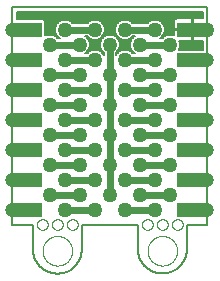
<source format=gbl>
G75*
%MOIN*%
%OFA0B0*%
%FSLAX25Y25*%
%IPPOS*%
%LPD*%
%AMOC8*
5,1,8,0,0,1.08239X$1,22.5*
%
%ADD10C,0.00500*%
%ADD11C,0.00000*%
%ADD12C,0.02400*%
%ADD13R,0.10000X0.05000*%
%ADD14C,0.05000*%
%ADD15C,0.04724*%
D10*
X0011925Y0010080D02*
X0011925Y0017580D01*
X0005050Y0017580D01*
X0005050Y0090041D01*
X0005050Y0090080D02*
X0070001Y0090080D01*
X0070050Y0090080D02*
X0070050Y0073830D01*
X0070001Y0017580D01*
X0063175Y0017580D01*
X0063175Y0008830D01*
X0063157Y0008632D01*
X0063135Y0008435D01*
X0063108Y0008239D01*
X0063076Y0008043D01*
X0063039Y0007848D01*
X0062997Y0007654D01*
X0062951Y0007461D01*
X0062900Y0007269D01*
X0062845Y0007078D01*
X0062785Y0006889D01*
X0062720Y0006702D01*
X0062650Y0006516D01*
X0062577Y0006331D01*
X0062498Y0006149D01*
X0062416Y0005969D01*
X0062329Y0005790D01*
X0062237Y0005614D01*
X0062141Y0005440D01*
X0062042Y0005269D01*
X0061938Y0005100D01*
X0061830Y0004933D01*
X0061717Y0004770D01*
X0061601Y0004609D01*
X0061481Y0004451D01*
X0061358Y0004296D01*
X0061230Y0004143D01*
X0061099Y0003995D01*
X0060964Y0003849D01*
X0060826Y0003706D01*
X0060684Y0003568D01*
X0060539Y0003432D01*
X0060391Y0003300D01*
X0060239Y0003172D01*
X0060085Y0003047D01*
X0059927Y0002927D01*
X0059767Y0002810D01*
X0059604Y0002697D01*
X0059438Y0002588D01*
X0059269Y0002483D01*
X0059098Y0002383D01*
X0058925Y0002286D01*
X0058749Y0002194D01*
X0058571Y0002106D01*
X0058391Y0002022D01*
X0058209Y0001943D01*
X0058025Y0001869D01*
X0057840Y0001798D01*
X0057653Y0001733D01*
X0057464Y0001672D01*
X0057273Y0001615D01*
X0057082Y0001563D01*
X0056889Y0001516D01*
X0056695Y0001474D01*
X0056500Y0001436D01*
X0056305Y0001403D01*
X0056108Y0001375D01*
X0055911Y0001352D01*
X0055714Y0001333D01*
X0055516Y0001319D01*
X0055317Y0001310D01*
X0055119Y0001306D01*
X0054921Y0001307D01*
X0054722Y0001313D01*
X0054524Y0001323D01*
X0054326Y0001338D01*
X0054129Y0001358D01*
X0053932Y0001383D01*
X0053736Y0001413D01*
X0053540Y0001447D01*
X0053346Y0001486D01*
X0053152Y0001530D01*
X0052960Y0001579D01*
X0052768Y0001632D01*
X0052579Y0001690D01*
X0052390Y0001752D01*
X0052203Y0001819D01*
X0052018Y0001891D01*
X0051835Y0001967D01*
X0051654Y0002047D01*
X0051474Y0002132D01*
X0051297Y0002222D01*
X0051122Y0002315D01*
X0050949Y0002413D01*
X0050779Y0002515D01*
X0050611Y0002621D01*
X0050446Y0002731D01*
X0050284Y0002845D01*
X0050124Y0002963D01*
X0049968Y0003085D01*
X0049814Y0003211D01*
X0049664Y0003340D01*
X0049516Y0003473D01*
X0049372Y0003610D01*
X0049232Y0003750D01*
X0049094Y0003893D01*
X0048961Y0004040D01*
X0048831Y0004189D01*
X0048704Y0004342D01*
X0048582Y0004499D01*
X0048463Y0004657D01*
X0048348Y0004819D01*
X0048237Y0004984D01*
X0048130Y0005151D01*
X0048028Y0005321D01*
X0047929Y0005493D01*
X0047835Y0005668D01*
X0047744Y0005845D01*
X0047659Y0006024D01*
X0047577Y0006205D01*
X0047500Y0006387D01*
X0047428Y0006572D01*
X0047360Y0006759D01*
X0047297Y0006947D01*
X0047238Y0007136D01*
X0047184Y0007327D01*
X0047134Y0007519D01*
X0047089Y0007713D01*
X0047049Y0007907D01*
X0047014Y0008102D01*
X0046983Y0008298D01*
X0046958Y0008495D01*
X0046937Y0008693D01*
X0046921Y0008890D01*
X0046909Y0009088D01*
X0046903Y0009287D01*
X0046901Y0009485D01*
X0046904Y0009684D01*
X0046912Y0009882D01*
X0046925Y0010080D01*
X0046925Y0017580D01*
X0028175Y0017580D01*
X0028175Y0010080D01*
X0028189Y0009881D01*
X0028198Y0009681D01*
X0028203Y0009482D01*
X0028202Y0009282D01*
X0028197Y0009082D01*
X0028186Y0008883D01*
X0028171Y0008683D01*
X0028151Y0008485D01*
X0028126Y0008286D01*
X0028096Y0008089D01*
X0028062Y0007892D01*
X0028022Y0007696D01*
X0027978Y0007502D01*
X0027929Y0007308D01*
X0027875Y0007115D01*
X0027817Y0006924D01*
X0027754Y0006735D01*
X0027686Y0006547D01*
X0027614Y0006361D01*
X0027537Y0006176D01*
X0027456Y0005994D01*
X0027370Y0005813D01*
X0027280Y0005635D01*
X0027186Y0005459D01*
X0027087Y0005285D01*
X0026984Y0005114D01*
X0026877Y0004946D01*
X0026765Y0004780D01*
X0026650Y0004617D01*
X0026531Y0004456D01*
X0026408Y0004299D01*
X0026281Y0004145D01*
X0026150Y0003994D01*
X0026016Y0003846D01*
X0025878Y0003701D01*
X0025736Y0003560D01*
X0025591Y0003423D01*
X0025443Y0003289D01*
X0025292Y0003158D01*
X0025137Y0003032D01*
X0024980Y0002909D01*
X0024819Y0002790D01*
X0024656Y0002676D01*
X0024489Y0002565D01*
X0024321Y0002458D01*
X0024149Y0002355D01*
X0023975Y0002257D01*
X0023799Y0002163D01*
X0023620Y0002073D01*
X0023440Y0001988D01*
X0023257Y0001907D01*
X0023073Y0001831D01*
X0022886Y0001759D01*
X0022698Y0001692D01*
X0022508Y0001629D01*
X0022317Y0001572D01*
X0022125Y0001518D01*
X0021931Y0001470D01*
X0021736Y0001426D01*
X0021540Y0001387D01*
X0021343Y0001353D01*
X0021145Y0001324D01*
X0020947Y0001300D01*
X0020748Y0001280D01*
X0020549Y0001265D01*
X0020350Y0001256D01*
X0020150Y0001251D01*
X0019950Y0001251D01*
X0019750Y0001256D01*
X0019551Y0001265D01*
X0019352Y0001280D01*
X0019153Y0001300D01*
X0018955Y0001324D01*
X0018757Y0001353D01*
X0018560Y0001387D01*
X0018364Y0001426D01*
X0018169Y0001470D01*
X0017975Y0001518D01*
X0017783Y0001572D01*
X0017592Y0001629D01*
X0017402Y0001692D01*
X0017214Y0001759D01*
X0017027Y0001831D01*
X0016843Y0001907D01*
X0016660Y0001988D01*
X0016480Y0002073D01*
X0016301Y0002163D01*
X0016125Y0002257D01*
X0015951Y0002355D01*
X0015779Y0002458D01*
X0015611Y0002565D01*
X0015444Y0002676D01*
X0015281Y0002790D01*
X0015120Y0002909D01*
X0014963Y0003032D01*
X0014808Y0003158D01*
X0014657Y0003289D01*
X0014509Y0003423D01*
X0014364Y0003560D01*
X0014222Y0003701D01*
X0014084Y0003846D01*
X0013950Y0003994D01*
X0013819Y0004145D01*
X0013692Y0004299D01*
X0013569Y0004456D01*
X0013450Y0004617D01*
X0013335Y0004780D01*
X0013223Y0004946D01*
X0013116Y0005114D01*
X0013013Y0005285D01*
X0012914Y0005459D01*
X0012820Y0005635D01*
X0012730Y0005813D01*
X0012644Y0005994D01*
X0012563Y0006176D01*
X0012486Y0006361D01*
X0012414Y0006547D01*
X0012346Y0006735D01*
X0012283Y0006924D01*
X0012225Y0007115D01*
X0012171Y0007308D01*
X0012122Y0007502D01*
X0012078Y0007696D01*
X0012038Y0007892D01*
X0012004Y0008089D01*
X0011974Y0008286D01*
X0011949Y0008485D01*
X0011929Y0008683D01*
X0011914Y0008883D01*
X0011903Y0009082D01*
X0011898Y0009282D01*
X0011897Y0009482D01*
X0011902Y0009681D01*
X0011911Y0009881D01*
X0011925Y0010080D01*
X0029182Y0074630D02*
X0029448Y0074740D01*
X0030390Y0075683D01*
X0030900Y0076914D01*
X0030900Y0078247D01*
X0030390Y0079478D01*
X0029448Y0080420D01*
X0029182Y0080530D01*
X0029862Y0080530D01*
X0030652Y0079740D01*
X0031884Y0079230D01*
X0033216Y0079230D01*
X0034448Y0079740D01*
X0035390Y0080683D01*
X0035900Y0081914D01*
X0035900Y0083247D01*
X0035390Y0084478D01*
X0034448Y0085420D01*
X0033216Y0085930D01*
X0031884Y0085930D01*
X0030652Y0085420D01*
X0029862Y0084630D01*
X0025238Y0084630D01*
X0024448Y0085420D01*
X0023216Y0085930D01*
X0021884Y0085930D01*
X0020652Y0085420D01*
X0019710Y0084478D01*
X0019200Y0083247D01*
X0019200Y0081914D01*
X0019710Y0080683D01*
X0020652Y0079740D01*
X0020918Y0079630D01*
X0020238Y0079630D01*
X0019448Y0080420D01*
X0018216Y0080930D01*
X0016884Y0080930D01*
X0016100Y0080606D01*
X0016100Y0085515D01*
X0015485Y0086130D01*
X0006550Y0086130D01*
X0006550Y0088580D01*
X0068550Y0088580D01*
X0068550Y0086330D01*
X0065300Y0086330D01*
X0065300Y0082830D01*
X0068550Y0082830D01*
X0068550Y0082330D01*
X0065300Y0082330D01*
X0065300Y0078830D01*
X0068550Y0078830D01*
X0068550Y0075930D01*
X0060493Y0075930D01*
X0060900Y0076914D01*
X0060900Y0078247D01*
X0060658Y0078830D01*
X0064800Y0078830D01*
X0064800Y0082330D01*
X0065300Y0082330D01*
X0065300Y0082830D01*
X0064800Y0082830D01*
X0064800Y0082330D01*
X0058800Y0082330D01*
X0058800Y0080688D01*
X0058216Y0080930D01*
X0056884Y0080930D01*
X0055652Y0080420D01*
X0054862Y0079630D01*
X0054182Y0079630D01*
X0054448Y0079740D01*
X0055390Y0080683D01*
X0055900Y0081914D01*
X0055900Y0083247D01*
X0055390Y0084478D01*
X0054448Y0085420D01*
X0053216Y0085930D01*
X0051884Y0085930D01*
X0050652Y0085420D01*
X0049862Y0084630D01*
X0045238Y0084630D01*
X0044448Y0085420D01*
X0043216Y0085930D01*
X0041884Y0085930D01*
X0040652Y0085420D01*
X0039710Y0084478D01*
X0039200Y0083247D01*
X0039200Y0081914D01*
X0039710Y0080683D01*
X0040652Y0079740D01*
X0041884Y0079230D01*
X0043216Y0079230D01*
X0044448Y0079740D01*
X0045238Y0080530D01*
X0045918Y0080530D01*
X0045652Y0080420D01*
X0044710Y0079478D01*
X0044200Y0078247D01*
X0044200Y0076914D01*
X0044710Y0075683D01*
X0045652Y0074740D01*
X0045918Y0074630D01*
X0045238Y0074630D01*
X0044448Y0075420D01*
X0043216Y0075930D01*
X0041884Y0075930D01*
X0040652Y0075420D01*
X0039710Y0074478D01*
X0039600Y0074212D01*
X0039600Y0074893D01*
X0040390Y0075683D01*
X0040900Y0076914D01*
X0040900Y0078247D01*
X0040390Y0079478D01*
X0039448Y0080420D01*
X0038216Y0080930D01*
X0036884Y0080930D01*
X0035652Y0080420D01*
X0034710Y0079478D01*
X0034200Y0078247D01*
X0034200Y0076914D01*
X0034710Y0075683D01*
X0035500Y0074893D01*
X0035500Y0074212D01*
X0035390Y0074478D01*
X0034448Y0075420D01*
X0033216Y0075930D01*
X0031884Y0075930D01*
X0030652Y0075420D01*
X0029862Y0074630D01*
X0029182Y0074630D01*
X0029616Y0074909D02*
X0030141Y0074909D01*
X0030115Y0075408D02*
X0030640Y0075408D01*
X0030483Y0075906D02*
X0031825Y0075906D01*
X0030896Y0076903D02*
X0034204Y0076903D01*
X0034200Y0077402D02*
X0030900Y0077402D01*
X0030900Y0077900D02*
X0034200Y0077900D01*
X0034263Y0078399D02*
X0030837Y0078399D01*
X0030631Y0078897D02*
X0034469Y0078897D01*
X0034676Y0079396D02*
X0033616Y0079396D01*
X0034602Y0079894D02*
X0035126Y0079894D01*
X0035100Y0080393D02*
X0035625Y0080393D01*
X0035476Y0080891D02*
X0036789Y0080891D01*
X0035683Y0081390D02*
X0039417Y0081390D01*
X0039211Y0081888D02*
X0035889Y0081888D01*
X0035900Y0082387D02*
X0039200Y0082387D01*
X0039200Y0082885D02*
X0035900Y0082885D01*
X0035843Y0083384D02*
X0039257Y0083384D01*
X0039463Y0083882D02*
X0035637Y0083882D01*
X0035430Y0084381D02*
X0039670Y0084381D01*
X0040111Y0084879D02*
X0034989Y0084879D01*
X0034490Y0085378D02*
X0040610Y0085378D01*
X0041753Y0085876D02*
X0033347Y0085876D01*
X0031753Y0085876D02*
X0023347Y0085876D01*
X0024490Y0085378D02*
X0030610Y0085378D01*
X0030111Y0084879D02*
X0024989Y0084879D01*
X0021753Y0085876D02*
X0015739Y0085876D01*
X0016100Y0085378D02*
X0020610Y0085378D01*
X0020111Y0084879D02*
X0016100Y0084879D01*
X0016100Y0084381D02*
X0019670Y0084381D01*
X0019463Y0083882D02*
X0016100Y0083882D01*
X0016100Y0083384D02*
X0019257Y0083384D01*
X0019200Y0082885D02*
X0016100Y0082885D01*
X0016100Y0082387D02*
X0019200Y0082387D01*
X0019211Y0081888D02*
X0016100Y0081888D01*
X0016100Y0081390D02*
X0019417Y0081390D01*
X0019624Y0080891D02*
X0018311Y0080891D01*
X0019475Y0080393D02*
X0020000Y0080393D01*
X0019974Y0079894D02*
X0020498Y0079894D01*
X0016789Y0080891D02*
X0016100Y0080891D01*
X0006550Y0086375D02*
X0068550Y0086375D01*
X0068550Y0086873D02*
X0006550Y0086873D01*
X0006550Y0087372D02*
X0068550Y0087372D01*
X0068550Y0087870D02*
X0006550Y0087870D01*
X0006550Y0088369D02*
X0068550Y0088369D01*
X0065300Y0085876D02*
X0064800Y0085876D01*
X0064800Y0086330D02*
X0059885Y0086330D01*
X0059568Y0086245D01*
X0059282Y0086080D01*
X0059050Y0085848D01*
X0058885Y0085563D01*
X0058800Y0085245D01*
X0058800Y0082830D01*
X0064800Y0082830D01*
X0064800Y0086330D01*
X0064800Y0085378D02*
X0065300Y0085378D01*
X0065300Y0084879D02*
X0064800Y0084879D01*
X0064800Y0084381D02*
X0065300Y0084381D01*
X0065300Y0083882D02*
X0064800Y0083882D01*
X0064800Y0083384D02*
X0065300Y0083384D01*
X0065300Y0082885D02*
X0064800Y0082885D01*
X0064800Y0082387D02*
X0055900Y0082387D01*
X0055900Y0082885D02*
X0058800Y0082885D01*
X0058800Y0083384D02*
X0055843Y0083384D01*
X0055637Y0083882D02*
X0058800Y0083882D01*
X0058800Y0084381D02*
X0055430Y0084381D01*
X0054989Y0084879D02*
X0058800Y0084879D01*
X0058836Y0085378D02*
X0054490Y0085378D01*
X0053347Y0085876D02*
X0059078Y0085876D01*
X0058800Y0081888D02*
X0055889Y0081888D01*
X0055683Y0081390D02*
X0058800Y0081390D01*
X0058800Y0080891D02*
X0058311Y0080891D01*
X0056789Y0080891D02*
X0055476Y0080891D01*
X0055625Y0080393D02*
X0055100Y0080393D01*
X0055126Y0079894D02*
X0054602Y0079894D01*
X0051753Y0085876D02*
X0043347Y0085876D01*
X0044490Y0085378D02*
X0050610Y0085378D01*
X0050111Y0084879D02*
X0044989Y0084879D01*
X0045100Y0080393D02*
X0045625Y0080393D01*
X0045126Y0079894D02*
X0044602Y0079894D01*
X0044676Y0079396D02*
X0043616Y0079396D01*
X0044469Y0078897D02*
X0040631Y0078897D01*
X0040837Y0078399D02*
X0044263Y0078399D01*
X0044200Y0077900D02*
X0040900Y0077900D01*
X0040900Y0077402D02*
X0044200Y0077402D01*
X0044204Y0076903D02*
X0040896Y0076903D01*
X0040689Y0076405D02*
X0044411Y0076405D01*
X0044617Y0075906D02*
X0043275Y0075906D01*
X0044460Y0075408D02*
X0044985Y0075408D01*
X0044959Y0074909D02*
X0045484Y0074909D01*
X0041825Y0075906D02*
X0040483Y0075906D01*
X0040640Y0075408D02*
X0040115Y0075408D01*
X0040141Y0074909D02*
X0039616Y0074909D01*
X0039600Y0074411D02*
X0039682Y0074411D01*
X0035500Y0074411D02*
X0035418Y0074411D01*
X0035484Y0074909D02*
X0034959Y0074909D01*
X0034985Y0075408D02*
X0034460Y0075408D01*
X0034617Y0075906D02*
X0033275Y0075906D01*
X0034411Y0076405D02*
X0030689Y0076405D01*
X0030424Y0079396D02*
X0031484Y0079396D01*
X0030498Y0079894D02*
X0029974Y0079894D01*
X0030000Y0080393D02*
X0029475Y0080393D01*
X0038311Y0080891D02*
X0039624Y0080891D01*
X0039475Y0080393D02*
X0040000Y0080393D01*
X0039974Y0079894D02*
X0040498Y0079894D01*
X0040424Y0079396D02*
X0041484Y0079396D01*
X0060689Y0076405D02*
X0068550Y0076405D01*
X0068550Y0076903D02*
X0060896Y0076903D01*
X0060900Y0077402D02*
X0068550Y0077402D01*
X0068550Y0077900D02*
X0060900Y0077900D01*
X0060837Y0078399D02*
X0068550Y0078399D01*
X0065300Y0078897D02*
X0064800Y0078897D01*
X0064800Y0079396D02*
X0065300Y0079396D01*
X0065300Y0079894D02*
X0064800Y0079894D01*
X0064800Y0080393D02*
X0065300Y0080393D01*
X0065300Y0080891D02*
X0064800Y0080891D01*
X0064800Y0081390D02*
X0065300Y0081390D01*
X0065300Y0081888D02*
X0064800Y0081888D01*
X0065300Y0082387D02*
X0068550Y0082387D01*
D11*
X0058278Y0017580D02*
X0058280Y0017664D01*
X0058286Y0017747D01*
X0058296Y0017830D01*
X0058310Y0017913D01*
X0058327Y0017995D01*
X0058349Y0018076D01*
X0058374Y0018155D01*
X0058403Y0018234D01*
X0058436Y0018311D01*
X0058472Y0018386D01*
X0058512Y0018460D01*
X0058555Y0018532D01*
X0058602Y0018601D01*
X0058652Y0018668D01*
X0058705Y0018733D01*
X0058761Y0018795D01*
X0058819Y0018855D01*
X0058881Y0018912D01*
X0058945Y0018965D01*
X0059012Y0019016D01*
X0059081Y0019063D01*
X0059152Y0019108D01*
X0059225Y0019148D01*
X0059300Y0019185D01*
X0059377Y0019219D01*
X0059455Y0019249D01*
X0059534Y0019275D01*
X0059615Y0019298D01*
X0059697Y0019316D01*
X0059779Y0019331D01*
X0059862Y0019342D01*
X0059945Y0019349D01*
X0060029Y0019352D01*
X0060113Y0019351D01*
X0060196Y0019346D01*
X0060280Y0019337D01*
X0060362Y0019324D01*
X0060444Y0019308D01*
X0060525Y0019287D01*
X0060606Y0019263D01*
X0060684Y0019235D01*
X0060762Y0019203D01*
X0060838Y0019167D01*
X0060912Y0019128D01*
X0060984Y0019086D01*
X0061054Y0019040D01*
X0061122Y0018991D01*
X0061187Y0018939D01*
X0061250Y0018884D01*
X0061310Y0018826D01*
X0061368Y0018765D01*
X0061422Y0018701D01*
X0061474Y0018635D01*
X0061522Y0018567D01*
X0061567Y0018496D01*
X0061608Y0018423D01*
X0061647Y0018349D01*
X0061681Y0018273D01*
X0061712Y0018195D01*
X0061739Y0018116D01*
X0061763Y0018035D01*
X0061782Y0017954D01*
X0061798Y0017872D01*
X0061810Y0017789D01*
X0061818Y0017705D01*
X0061822Y0017622D01*
X0061822Y0017538D01*
X0061818Y0017455D01*
X0061810Y0017371D01*
X0061798Y0017288D01*
X0061782Y0017206D01*
X0061763Y0017125D01*
X0061739Y0017044D01*
X0061712Y0016965D01*
X0061681Y0016887D01*
X0061647Y0016811D01*
X0061608Y0016737D01*
X0061567Y0016664D01*
X0061522Y0016593D01*
X0061474Y0016525D01*
X0061422Y0016459D01*
X0061368Y0016395D01*
X0061310Y0016334D01*
X0061250Y0016276D01*
X0061187Y0016221D01*
X0061122Y0016169D01*
X0061054Y0016120D01*
X0060984Y0016074D01*
X0060912Y0016032D01*
X0060838Y0015993D01*
X0060762Y0015957D01*
X0060684Y0015925D01*
X0060606Y0015897D01*
X0060525Y0015873D01*
X0060444Y0015852D01*
X0060362Y0015836D01*
X0060280Y0015823D01*
X0060196Y0015814D01*
X0060113Y0015809D01*
X0060029Y0015808D01*
X0059945Y0015811D01*
X0059862Y0015818D01*
X0059779Y0015829D01*
X0059697Y0015844D01*
X0059615Y0015862D01*
X0059534Y0015885D01*
X0059455Y0015911D01*
X0059377Y0015941D01*
X0059300Y0015975D01*
X0059225Y0016012D01*
X0059152Y0016052D01*
X0059081Y0016097D01*
X0059012Y0016144D01*
X0058945Y0016195D01*
X0058881Y0016248D01*
X0058819Y0016305D01*
X0058761Y0016365D01*
X0058705Y0016427D01*
X0058652Y0016492D01*
X0058602Y0016559D01*
X0058555Y0016628D01*
X0058512Y0016700D01*
X0058472Y0016774D01*
X0058436Y0016849D01*
X0058403Y0016926D01*
X0058374Y0017005D01*
X0058349Y0017084D01*
X0058327Y0017165D01*
X0058310Y0017247D01*
X0058296Y0017330D01*
X0058286Y0017413D01*
X0058280Y0017496D01*
X0058278Y0017580D01*
X0053278Y0017580D02*
X0053280Y0017664D01*
X0053286Y0017747D01*
X0053296Y0017830D01*
X0053310Y0017913D01*
X0053327Y0017995D01*
X0053349Y0018076D01*
X0053374Y0018155D01*
X0053403Y0018234D01*
X0053436Y0018311D01*
X0053472Y0018386D01*
X0053512Y0018460D01*
X0053555Y0018532D01*
X0053602Y0018601D01*
X0053652Y0018668D01*
X0053705Y0018733D01*
X0053761Y0018795D01*
X0053819Y0018855D01*
X0053881Y0018912D01*
X0053945Y0018965D01*
X0054012Y0019016D01*
X0054081Y0019063D01*
X0054152Y0019108D01*
X0054225Y0019148D01*
X0054300Y0019185D01*
X0054377Y0019219D01*
X0054455Y0019249D01*
X0054534Y0019275D01*
X0054615Y0019298D01*
X0054697Y0019316D01*
X0054779Y0019331D01*
X0054862Y0019342D01*
X0054945Y0019349D01*
X0055029Y0019352D01*
X0055113Y0019351D01*
X0055196Y0019346D01*
X0055280Y0019337D01*
X0055362Y0019324D01*
X0055444Y0019308D01*
X0055525Y0019287D01*
X0055606Y0019263D01*
X0055684Y0019235D01*
X0055762Y0019203D01*
X0055838Y0019167D01*
X0055912Y0019128D01*
X0055984Y0019086D01*
X0056054Y0019040D01*
X0056122Y0018991D01*
X0056187Y0018939D01*
X0056250Y0018884D01*
X0056310Y0018826D01*
X0056368Y0018765D01*
X0056422Y0018701D01*
X0056474Y0018635D01*
X0056522Y0018567D01*
X0056567Y0018496D01*
X0056608Y0018423D01*
X0056647Y0018349D01*
X0056681Y0018273D01*
X0056712Y0018195D01*
X0056739Y0018116D01*
X0056763Y0018035D01*
X0056782Y0017954D01*
X0056798Y0017872D01*
X0056810Y0017789D01*
X0056818Y0017705D01*
X0056822Y0017622D01*
X0056822Y0017538D01*
X0056818Y0017455D01*
X0056810Y0017371D01*
X0056798Y0017288D01*
X0056782Y0017206D01*
X0056763Y0017125D01*
X0056739Y0017044D01*
X0056712Y0016965D01*
X0056681Y0016887D01*
X0056647Y0016811D01*
X0056608Y0016737D01*
X0056567Y0016664D01*
X0056522Y0016593D01*
X0056474Y0016525D01*
X0056422Y0016459D01*
X0056368Y0016395D01*
X0056310Y0016334D01*
X0056250Y0016276D01*
X0056187Y0016221D01*
X0056122Y0016169D01*
X0056054Y0016120D01*
X0055984Y0016074D01*
X0055912Y0016032D01*
X0055838Y0015993D01*
X0055762Y0015957D01*
X0055684Y0015925D01*
X0055606Y0015897D01*
X0055525Y0015873D01*
X0055444Y0015852D01*
X0055362Y0015836D01*
X0055280Y0015823D01*
X0055196Y0015814D01*
X0055113Y0015809D01*
X0055029Y0015808D01*
X0054945Y0015811D01*
X0054862Y0015818D01*
X0054779Y0015829D01*
X0054697Y0015844D01*
X0054615Y0015862D01*
X0054534Y0015885D01*
X0054455Y0015911D01*
X0054377Y0015941D01*
X0054300Y0015975D01*
X0054225Y0016012D01*
X0054152Y0016052D01*
X0054081Y0016097D01*
X0054012Y0016144D01*
X0053945Y0016195D01*
X0053881Y0016248D01*
X0053819Y0016305D01*
X0053761Y0016365D01*
X0053705Y0016427D01*
X0053652Y0016492D01*
X0053602Y0016559D01*
X0053555Y0016628D01*
X0053512Y0016700D01*
X0053472Y0016774D01*
X0053436Y0016849D01*
X0053403Y0016926D01*
X0053374Y0017005D01*
X0053349Y0017084D01*
X0053327Y0017165D01*
X0053310Y0017247D01*
X0053296Y0017330D01*
X0053286Y0017413D01*
X0053280Y0017496D01*
X0053278Y0017580D01*
X0048278Y0017580D02*
X0048280Y0017664D01*
X0048286Y0017747D01*
X0048296Y0017830D01*
X0048310Y0017913D01*
X0048327Y0017995D01*
X0048349Y0018076D01*
X0048374Y0018155D01*
X0048403Y0018234D01*
X0048436Y0018311D01*
X0048472Y0018386D01*
X0048512Y0018460D01*
X0048555Y0018532D01*
X0048602Y0018601D01*
X0048652Y0018668D01*
X0048705Y0018733D01*
X0048761Y0018795D01*
X0048819Y0018855D01*
X0048881Y0018912D01*
X0048945Y0018965D01*
X0049012Y0019016D01*
X0049081Y0019063D01*
X0049152Y0019108D01*
X0049225Y0019148D01*
X0049300Y0019185D01*
X0049377Y0019219D01*
X0049455Y0019249D01*
X0049534Y0019275D01*
X0049615Y0019298D01*
X0049697Y0019316D01*
X0049779Y0019331D01*
X0049862Y0019342D01*
X0049945Y0019349D01*
X0050029Y0019352D01*
X0050113Y0019351D01*
X0050196Y0019346D01*
X0050280Y0019337D01*
X0050362Y0019324D01*
X0050444Y0019308D01*
X0050525Y0019287D01*
X0050606Y0019263D01*
X0050684Y0019235D01*
X0050762Y0019203D01*
X0050838Y0019167D01*
X0050912Y0019128D01*
X0050984Y0019086D01*
X0051054Y0019040D01*
X0051122Y0018991D01*
X0051187Y0018939D01*
X0051250Y0018884D01*
X0051310Y0018826D01*
X0051368Y0018765D01*
X0051422Y0018701D01*
X0051474Y0018635D01*
X0051522Y0018567D01*
X0051567Y0018496D01*
X0051608Y0018423D01*
X0051647Y0018349D01*
X0051681Y0018273D01*
X0051712Y0018195D01*
X0051739Y0018116D01*
X0051763Y0018035D01*
X0051782Y0017954D01*
X0051798Y0017872D01*
X0051810Y0017789D01*
X0051818Y0017705D01*
X0051822Y0017622D01*
X0051822Y0017538D01*
X0051818Y0017455D01*
X0051810Y0017371D01*
X0051798Y0017288D01*
X0051782Y0017206D01*
X0051763Y0017125D01*
X0051739Y0017044D01*
X0051712Y0016965D01*
X0051681Y0016887D01*
X0051647Y0016811D01*
X0051608Y0016737D01*
X0051567Y0016664D01*
X0051522Y0016593D01*
X0051474Y0016525D01*
X0051422Y0016459D01*
X0051368Y0016395D01*
X0051310Y0016334D01*
X0051250Y0016276D01*
X0051187Y0016221D01*
X0051122Y0016169D01*
X0051054Y0016120D01*
X0050984Y0016074D01*
X0050912Y0016032D01*
X0050838Y0015993D01*
X0050762Y0015957D01*
X0050684Y0015925D01*
X0050606Y0015897D01*
X0050525Y0015873D01*
X0050444Y0015852D01*
X0050362Y0015836D01*
X0050280Y0015823D01*
X0050196Y0015814D01*
X0050113Y0015809D01*
X0050029Y0015808D01*
X0049945Y0015811D01*
X0049862Y0015818D01*
X0049779Y0015829D01*
X0049697Y0015844D01*
X0049615Y0015862D01*
X0049534Y0015885D01*
X0049455Y0015911D01*
X0049377Y0015941D01*
X0049300Y0015975D01*
X0049225Y0016012D01*
X0049152Y0016052D01*
X0049081Y0016097D01*
X0049012Y0016144D01*
X0048945Y0016195D01*
X0048881Y0016248D01*
X0048819Y0016305D01*
X0048761Y0016365D01*
X0048705Y0016427D01*
X0048652Y0016492D01*
X0048602Y0016559D01*
X0048555Y0016628D01*
X0048512Y0016700D01*
X0048472Y0016774D01*
X0048436Y0016849D01*
X0048403Y0016926D01*
X0048374Y0017005D01*
X0048349Y0017084D01*
X0048327Y0017165D01*
X0048310Y0017247D01*
X0048296Y0017330D01*
X0048286Y0017413D01*
X0048280Y0017496D01*
X0048278Y0017580D01*
X0050129Y0008830D02*
X0050131Y0008970D01*
X0050137Y0009110D01*
X0050147Y0009249D01*
X0050161Y0009388D01*
X0050179Y0009527D01*
X0050200Y0009665D01*
X0050226Y0009803D01*
X0050256Y0009940D01*
X0050289Y0010075D01*
X0050327Y0010210D01*
X0050368Y0010344D01*
X0050413Y0010477D01*
X0050461Y0010608D01*
X0050514Y0010737D01*
X0050570Y0010866D01*
X0050629Y0010992D01*
X0050693Y0011117D01*
X0050759Y0011240D01*
X0050830Y0011361D01*
X0050903Y0011480D01*
X0050980Y0011597D01*
X0051061Y0011711D01*
X0051144Y0011823D01*
X0051231Y0011933D01*
X0051321Y0012041D01*
X0051413Y0012145D01*
X0051509Y0012247D01*
X0051608Y0012347D01*
X0051709Y0012443D01*
X0051813Y0012537D01*
X0051920Y0012627D01*
X0052029Y0012714D01*
X0052141Y0012799D01*
X0052255Y0012880D01*
X0052371Y0012958D01*
X0052489Y0013032D01*
X0052610Y0013103D01*
X0052732Y0013171D01*
X0052857Y0013235D01*
X0052983Y0013296D01*
X0053110Y0013353D01*
X0053240Y0013406D01*
X0053371Y0013456D01*
X0053503Y0013501D01*
X0053636Y0013544D01*
X0053771Y0013582D01*
X0053906Y0013616D01*
X0054043Y0013647D01*
X0054180Y0013674D01*
X0054318Y0013696D01*
X0054457Y0013715D01*
X0054596Y0013730D01*
X0054735Y0013741D01*
X0054875Y0013748D01*
X0055015Y0013751D01*
X0055155Y0013750D01*
X0055295Y0013745D01*
X0055434Y0013736D01*
X0055574Y0013723D01*
X0055713Y0013706D01*
X0055851Y0013685D01*
X0055989Y0013661D01*
X0056126Y0013632D01*
X0056262Y0013600D01*
X0056397Y0013563D01*
X0056531Y0013523D01*
X0056664Y0013479D01*
X0056795Y0013431D01*
X0056925Y0013380D01*
X0057054Y0013325D01*
X0057181Y0013266D01*
X0057306Y0013203D01*
X0057429Y0013138D01*
X0057551Y0013068D01*
X0057670Y0012995D01*
X0057788Y0012919D01*
X0057903Y0012840D01*
X0058016Y0012757D01*
X0058126Y0012671D01*
X0058234Y0012582D01*
X0058339Y0012490D01*
X0058442Y0012395D01*
X0058542Y0012297D01*
X0058639Y0012197D01*
X0058733Y0012093D01*
X0058825Y0011987D01*
X0058913Y0011879D01*
X0058998Y0011768D01*
X0059080Y0011654D01*
X0059159Y0011538D01*
X0059234Y0011421D01*
X0059306Y0011301D01*
X0059374Y0011179D01*
X0059439Y0011055D01*
X0059501Y0010929D01*
X0059559Y0010802D01*
X0059613Y0010673D01*
X0059664Y0010542D01*
X0059710Y0010410D01*
X0059753Y0010277D01*
X0059793Y0010143D01*
X0059828Y0010008D01*
X0059860Y0009871D01*
X0059887Y0009734D01*
X0059911Y0009596D01*
X0059931Y0009458D01*
X0059947Y0009319D01*
X0059959Y0009179D01*
X0059967Y0009040D01*
X0059971Y0008900D01*
X0059971Y0008760D01*
X0059967Y0008620D01*
X0059959Y0008481D01*
X0059947Y0008341D01*
X0059931Y0008202D01*
X0059911Y0008064D01*
X0059887Y0007926D01*
X0059860Y0007789D01*
X0059828Y0007652D01*
X0059793Y0007517D01*
X0059753Y0007383D01*
X0059710Y0007250D01*
X0059664Y0007118D01*
X0059613Y0006987D01*
X0059559Y0006858D01*
X0059501Y0006731D01*
X0059439Y0006605D01*
X0059374Y0006481D01*
X0059306Y0006359D01*
X0059234Y0006239D01*
X0059159Y0006122D01*
X0059080Y0006006D01*
X0058998Y0005892D01*
X0058913Y0005781D01*
X0058825Y0005673D01*
X0058733Y0005567D01*
X0058639Y0005463D01*
X0058542Y0005363D01*
X0058442Y0005265D01*
X0058339Y0005170D01*
X0058234Y0005078D01*
X0058126Y0004989D01*
X0058016Y0004903D01*
X0057903Y0004820D01*
X0057788Y0004741D01*
X0057670Y0004665D01*
X0057551Y0004592D01*
X0057429Y0004522D01*
X0057306Y0004457D01*
X0057181Y0004394D01*
X0057054Y0004335D01*
X0056925Y0004280D01*
X0056795Y0004229D01*
X0056664Y0004181D01*
X0056531Y0004137D01*
X0056397Y0004097D01*
X0056262Y0004060D01*
X0056126Y0004028D01*
X0055989Y0003999D01*
X0055851Y0003975D01*
X0055713Y0003954D01*
X0055574Y0003937D01*
X0055434Y0003924D01*
X0055295Y0003915D01*
X0055155Y0003910D01*
X0055015Y0003909D01*
X0054875Y0003912D01*
X0054735Y0003919D01*
X0054596Y0003930D01*
X0054457Y0003945D01*
X0054318Y0003964D01*
X0054180Y0003986D01*
X0054043Y0004013D01*
X0053906Y0004044D01*
X0053771Y0004078D01*
X0053636Y0004116D01*
X0053503Y0004159D01*
X0053371Y0004204D01*
X0053240Y0004254D01*
X0053110Y0004307D01*
X0052983Y0004364D01*
X0052857Y0004425D01*
X0052732Y0004489D01*
X0052610Y0004557D01*
X0052489Y0004628D01*
X0052371Y0004702D01*
X0052255Y0004780D01*
X0052141Y0004861D01*
X0052029Y0004946D01*
X0051920Y0005033D01*
X0051813Y0005123D01*
X0051709Y0005217D01*
X0051608Y0005313D01*
X0051509Y0005413D01*
X0051413Y0005515D01*
X0051321Y0005619D01*
X0051231Y0005727D01*
X0051144Y0005837D01*
X0051061Y0005949D01*
X0050980Y0006063D01*
X0050903Y0006180D01*
X0050830Y0006299D01*
X0050759Y0006420D01*
X0050693Y0006543D01*
X0050629Y0006668D01*
X0050570Y0006794D01*
X0050514Y0006923D01*
X0050461Y0007052D01*
X0050413Y0007183D01*
X0050368Y0007316D01*
X0050327Y0007450D01*
X0050289Y0007585D01*
X0050256Y0007720D01*
X0050226Y0007857D01*
X0050200Y0007995D01*
X0050179Y0008133D01*
X0050161Y0008272D01*
X0050147Y0008411D01*
X0050137Y0008550D01*
X0050131Y0008690D01*
X0050129Y0008830D01*
X0023278Y0017580D02*
X0023280Y0017664D01*
X0023286Y0017747D01*
X0023296Y0017830D01*
X0023310Y0017913D01*
X0023327Y0017995D01*
X0023349Y0018076D01*
X0023374Y0018155D01*
X0023403Y0018234D01*
X0023436Y0018311D01*
X0023472Y0018386D01*
X0023512Y0018460D01*
X0023555Y0018532D01*
X0023602Y0018601D01*
X0023652Y0018668D01*
X0023705Y0018733D01*
X0023761Y0018795D01*
X0023819Y0018855D01*
X0023881Y0018912D01*
X0023945Y0018965D01*
X0024012Y0019016D01*
X0024081Y0019063D01*
X0024152Y0019108D01*
X0024225Y0019148D01*
X0024300Y0019185D01*
X0024377Y0019219D01*
X0024455Y0019249D01*
X0024534Y0019275D01*
X0024615Y0019298D01*
X0024697Y0019316D01*
X0024779Y0019331D01*
X0024862Y0019342D01*
X0024945Y0019349D01*
X0025029Y0019352D01*
X0025113Y0019351D01*
X0025196Y0019346D01*
X0025280Y0019337D01*
X0025362Y0019324D01*
X0025444Y0019308D01*
X0025525Y0019287D01*
X0025606Y0019263D01*
X0025684Y0019235D01*
X0025762Y0019203D01*
X0025838Y0019167D01*
X0025912Y0019128D01*
X0025984Y0019086D01*
X0026054Y0019040D01*
X0026122Y0018991D01*
X0026187Y0018939D01*
X0026250Y0018884D01*
X0026310Y0018826D01*
X0026368Y0018765D01*
X0026422Y0018701D01*
X0026474Y0018635D01*
X0026522Y0018567D01*
X0026567Y0018496D01*
X0026608Y0018423D01*
X0026647Y0018349D01*
X0026681Y0018273D01*
X0026712Y0018195D01*
X0026739Y0018116D01*
X0026763Y0018035D01*
X0026782Y0017954D01*
X0026798Y0017872D01*
X0026810Y0017789D01*
X0026818Y0017705D01*
X0026822Y0017622D01*
X0026822Y0017538D01*
X0026818Y0017455D01*
X0026810Y0017371D01*
X0026798Y0017288D01*
X0026782Y0017206D01*
X0026763Y0017125D01*
X0026739Y0017044D01*
X0026712Y0016965D01*
X0026681Y0016887D01*
X0026647Y0016811D01*
X0026608Y0016737D01*
X0026567Y0016664D01*
X0026522Y0016593D01*
X0026474Y0016525D01*
X0026422Y0016459D01*
X0026368Y0016395D01*
X0026310Y0016334D01*
X0026250Y0016276D01*
X0026187Y0016221D01*
X0026122Y0016169D01*
X0026054Y0016120D01*
X0025984Y0016074D01*
X0025912Y0016032D01*
X0025838Y0015993D01*
X0025762Y0015957D01*
X0025684Y0015925D01*
X0025606Y0015897D01*
X0025525Y0015873D01*
X0025444Y0015852D01*
X0025362Y0015836D01*
X0025280Y0015823D01*
X0025196Y0015814D01*
X0025113Y0015809D01*
X0025029Y0015808D01*
X0024945Y0015811D01*
X0024862Y0015818D01*
X0024779Y0015829D01*
X0024697Y0015844D01*
X0024615Y0015862D01*
X0024534Y0015885D01*
X0024455Y0015911D01*
X0024377Y0015941D01*
X0024300Y0015975D01*
X0024225Y0016012D01*
X0024152Y0016052D01*
X0024081Y0016097D01*
X0024012Y0016144D01*
X0023945Y0016195D01*
X0023881Y0016248D01*
X0023819Y0016305D01*
X0023761Y0016365D01*
X0023705Y0016427D01*
X0023652Y0016492D01*
X0023602Y0016559D01*
X0023555Y0016628D01*
X0023512Y0016700D01*
X0023472Y0016774D01*
X0023436Y0016849D01*
X0023403Y0016926D01*
X0023374Y0017005D01*
X0023349Y0017084D01*
X0023327Y0017165D01*
X0023310Y0017247D01*
X0023296Y0017330D01*
X0023286Y0017413D01*
X0023280Y0017496D01*
X0023278Y0017580D01*
X0018278Y0017580D02*
X0018280Y0017664D01*
X0018286Y0017747D01*
X0018296Y0017830D01*
X0018310Y0017913D01*
X0018327Y0017995D01*
X0018349Y0018076D01*
X0018374Y0018155D01*
X0018403Y0018234D01*
X0018436Y0018311D01*
X0018472Y0018386D01*
X0018512Y0018460D01*
X0018555Y0018532D01*
X0018602Y0018601D01*
X0018652Y0018668D01*
X0018705Y0018733D01*
X0018761Y0018795D01*
X0018819Y0018855D01*
X0018881Y0018912D01*
X0018945Y0018965D01*
X0019012Y0019016D01*
X0019081Y0019063D01*
X0019152Y0019108D01*
X0019225Y0019148D01*
X0019300Y0019185D01*
X0019377Y0019219D01*
X0019455Y0019249D01*
X0019534Y0019275D01*
X0019615Y0019298D01*
X0019697Y0019316D01*
X0019779Y0019331D01*
X0019862Y0019342D01*
X0019945Y0019349D01*
X0020029Y0019352D01*
X0020113Y0019351D01*
X0020196Y0019346D01*
X0020280Y0019337D01*
X0020362Y0019324D01*
X0020444Y0019308D01*
X0020525Y0019287D01*
X0020606Y0019263D01*
X0020684Y0019235D01*
X0020762Y0019203D01*
X0020838Y0019167D01*
X0020912Y0019128D01*
X0020984Y0019086D01*
X0021054Y0019040D01*
X0021122Y0018991D01*
X0021187Y0018939D01*
X0021250Y0018884D01*
X0021310Y0018826D01*
X0021368Y0018765D01*
X0021422Y0018701D01*
X0021474Y0018635D01*
X0021522Y0018567D01*
X0021567Y0018496D01*
X0021608Y0018423D01*
X0021647Y0018349D01*
X0021681Y0018273D01*
X0021712Y0018195D01*
X0021739Y0018116D01*
X0021763Y0018035D01*
X0021782Y0017954D01*
X0021798Y0017872D01*
X0021810Y0017789D01*
X0021818Y0017705D01*
X0021822Y0017622D01*
X0021822Y0017538D01*
X0021818Y0017455D01*
X0021810Y0017371D01*
X0021798Y0017288D01*
X0021782Y0017206D01*
X0021763Y0017125D01*
X0021739Y0017044D01*
X0021712Y0016965D01*
X0021681Y0016887D01*
X0021647Y0016811D01*
X0021608Y0016737D01*
X0021567Y0016664D01*
X0021522Y0016593D01*
X0021474Y0016525D01*
X0021422Y0016459D01*
X0021368Y0016395D01*
X0021310Y0016334D01*
X0021250Y0016276D01*
X0021187Y0016221D01*
X0021122Y0016169D01*
X0021054Y0016120D01*
X0020984Y0016074D01*
X0020912Y0016032D01*
X0020838Y0015993D01*
X0020762Y0015957D01*
X0020684Y0015925D01*
X0020606Y0015897D01*
X0020525Y0015873D01*
X0020444Y0015852D01*
X0020362Y0015836D01*
X0020280Y0015823D01*
X0020196Y0015814D01*
X0020113Y0015809D01*
X0020029Y0015808D01*
X0019945Y0015811D01*
X0019862Y0015818D01*
X0019779Y0015829D01*
X0019697Y0015844D01*
X0019615Y0015862D01*
X0019534Y0015885D01*
X0019455Y0015911D01*
X0019377Y0015941D01*
X0019300Y0015975D01*
X0019225Y0016012D01*
X0019152Y0016052D01*
X0019081Y0016097D01*
X0019012Y0016144D01*
X0018945Y0016195D01*
X0018881Y0016248D01*
X0018819Y0016305D01*
X0018761Y0016365D01*
X0018705Y0016427D01*
X0018652Y0016492D01*
X0018602Y0016559D01*
X0018555Y0016628D01*
X0018512Y0016700D01*
X0018472Y0016774D01*
X0018436Y0016849D01*
X0018403Y0016926D01*
X0018374Y0017005D01*
X0018349Y0017084D01*
X0018327Y0017165D01*
X0018310Y0017247D01*
X0018296Y0017330D01*
X0018286Y0017413D01*
X0018280Y0017496D01*
X0018278Y0017580D01*
X0013278Y0017580D02*
X0013280Y0017664D01*
X0013286Y0017747D01*
X0013296Y0017830D01*
X0013310Y0017913D01*
X0013327Y0017995D01*
X0013349Y0018076D01*
X0013374Y0018155D01*
X0013403Y0018234D01*
X0013436Y0018311D01*
X0013472Y0018386D01*
X0013512Y0018460D01*
X0013555Y0018532D01*
X0013602Y0018601D01*
X0013652Y0018668D01*
X0013705Y0018733D01*
X0013761Y0018795D01*
X0013819Y0018855D01*
X0013881Y0018912D01*
X0013945Y0018965D01*
X0014012Y0019016D01*
X0014081Y0019063D01*
X0014152Y0019108D01*
X0014225Y0019148D01*
X0014300Y0019185D01*
X0014377Y0019219D01*
X0014455Y0019249D01*
X0014534Y0019275D01*
X0014615Y0019298D01*
X0014697Y0019316D01*
X0014779Y0019331D01*
X0014862Y0019342D01*
X0014945Y0019349D01*
X0015029Y0019352D01*
X0015113Y0019351D01*
X0015196Y0019346D01*
X0015280Y0019337D01*
X0015362Y0019324D01*
X0015444Y0019308D01*
X0015525Y0019287D01*
X0015606Y0019263D01*
X0015684Y0019235D01*
X0015762Y0019203D01*
X0015838Y0019167D01*
X0015912Y0019128D01*
X0015984Y0019086D01*
X0016054Y0019040D01*
X0016122Y0018991D01*
X0016187Y0018939D01*
X0016250Y0018884D01*
X0016310Y0018826D01*
X0016368Y0018765D01*
X0016422Y0018701D01*
X0016474Y0018635D01*
X0016522Y0018567D01*
X0016567Y0018496D01*
X0016608Y0018423D01*
X0016647Y0018349D01*
X0016681Y0018273D01*
X0016712Y0018195D01*
X0016739Y0018116D01*
X0016763Y0018035D01*
X0016782Y0017954D01*
X0016798Y0017872D01*
X0016810Y0017789D01*
X0016818Y0017705D01*
X0016822Y0017622D01*
X0016822Y0017538D01*
X0016818Y0017455D01*
X0016810Y0017371D01*
X0016798Y0017288D01*
X0016782Y0017206D01*
X0016763Y0017125D01*
X0016739Y0017044D01*
X0016712Y0016965D01*
X0016681Y0016887D01*
X0016647Y0016811D01*
X0016608Y0016737D01*
X0016567Y0016664D01*
X0016522Y0016593D01*
X0016474Y0016525D01*
X0016422Y0016459D01*
X0016368Y0016395D01*
X0016310Y0016334D01*
X0016250Y0016276D01*
X0016187Y0016221D01*
X0016122Y0016169D01*
X0016054Y0016120D01*
X0015984Y0016074D01*
X0015912Y0016032D01*
X0015838Y0015993D01*
X0015762Y0015957D01*
X0015684Y0015925D01*
X0015606Y0015897D01*
X0015525Y0015873D01*
X0015444Y0015852D01*
X0015362Y0015836D01*
X0015280Y0015823D01*
X0015196Y0015814D01*
X0015113Y0015809D01*
X0015029Y0015808D01*
X0014945Y0015811D01*
X0014862Y0015818D01*
X0014779Y0015829D01*
X0014697Y0015844D01*
X0014615Y0015862D01*
X0014534Y0015885D01*
X0014455Y0015911D01*
X0014377Y0015941D01*
X0014300Y0015975D01*
X0014225Y0016012D01*
X0014152Y0016052D01*
X0014081Y0016097D01*
X0014012Y0016144D01*
X0013945Y0016195D01*
X0013881Y0016248D01*
X0013819Y0016305D01*
X0013761Y0016365D01*
X0013705Y0016427D01*
X0013652Y0016492D01*
X0013602Y0016559D01*
X0013555Y0016628D01*
X0013512Y0016700D01*
X0013472Y0016774D01*
X0013436Y0016849D01*
X0013403Y0016926D01*
X0013374Y0017005D01*
X0013349Y0017084D01*
X0013327Y0017165D01*
X0013310Y0017247D01*
X0013296Y0017330D01*
X0013286Y0017413D01*
X0013280Y0017496D01*
X0013278Y0017580D01*
X0015129Y0008830D02*
X0015131Y0008970D01*
X0015137Y0009110D01*
X0015147Y0009249D01*
X0015161Y0009388D01*
X0015179Y0009527D01*
X0015200Y0009665D01*
X0015226Y0009803D01*
X0015256Y0009940D01*
X0015289Y0010075D01*
X0015327Y0010210D01*
X0015368Y0010344D01*
X0015413Y0010477D01*
X0015461Y0010608D01*
X0015514Y0010737D01*
X0015570Y0010866D01*
X0015629Y0010992D01*
X0015693Y0011117D01*
X0015759Y0011240D01*
X0015830Y0011361D01*
X0015903Y0011480D01*
X0015980Y0011597D01*
X0016061Y0011711D01*
X0016144Y0011823D01*
X0016231Y0011933D01*
X0016321Y0012041D01*
X0016413Y0012145D01*
X0016509Y0012247D01*
X0016608Y0012347D01*
X0016709Y0012443D01*
X0016813Y0012537D01*
X0016920Y0012627D01*
X0017029Y0012714D01*
X0017141Y0012799D01*
X0017255Y0012880D01*
X0017371Y0012958D01*
X0017489Y0013032D01*
X0017610Y0013103D01*
X0017732Y0013171D01*
X0017857Y0013235D01*
X0017983Y0013296D01*
X0018110Y0013353D01*
X0018240Y0013406D01*
X0018371Y0013456D01*
X0018503Y0013501D01*
X0018636Y0013544D01*
X0018771Y0013582D01*
X0018906Y0013616D01*
X0019043Y0013647D01*
X0019180Y0013674D01*
X0019318Y0013696D01*
X0019457Y0013715D01*
X0019596Y0013730D01*
X0019735Y0013741D01*
X0019875Y0013748D01*
X0020015Y0013751D01*
X0020155Y0013750D01*
X0020295Y0013745D01*
X0020434Y0013736D01*
X0020574Y0013723D01*
X0020713Y0013706D01*
X0020851Y0013685D01*
X0020989Y0013661D01*
X0021126Y0013632D01*
X0021262Y0013600D01*
X0021397Y0013563D01*
X0021531Y0013523D01*
X0021664Y0013479D01*
X0021795Y0013431D01*
X0021925Y0013380D01*
X0022054Y0013325D01*
X0022181Y0013266D01*
X0022306Y0013203D01*
X0022429Y0013138D01*
X0022551Y0013068D01*
X0022670Y0012995D01*
X0022788Y0012919D01*
X0022903Y0012840D01*
X0023016Y0012757D01*
X0023126Y0012671D01*
X0023234Y0012582D01*
X0023339Y0012490D01*
X0023442Y0012395D01*
X0023542Y0012297D01*
X0023639Y0012197D01*
X0023733Y0012093D01*
X0023825Y0011987D01*
X0023913Y0011879D01*
X0023998Y0011768D01*
X0024080Y0011654D01*
X0024159Y0011538D01*
X0024234Y0011421D01*
X0024306Y0011301D01*
X0024374Y0011179D01*
X0024439Y0011055D01*
X0024501Y0010929D01*
X0024559Y0010802D01*
X0024613Y0010673D01*
X0024664Y0010542D01*
X0024710Y0010410D01*
X0024753Y0010277D01*
X0024793Y0010143D01*
X0024828Y0010008D01*
X0024860Y0009871D01*
X0024887Y0009734D01*
X0024911Y0009596D01*
X0024931Y0009458D01*
X0024947Y0009319D01*
X0024959Y0009179D01*
X0024967Y0009040D01*
X0024971Y0008900D01*
X0024971Y0008760D01*
X0024967Y0008620D01*
X0024959Y0008481D01*
X0024947Y0008341D01*
X0024931Y0008202D01*
X0024911Y0008064D01*
X0024887Y0007926D01*
X0024860Y0007789D01*
X0024828Y0007652D01*
X0024793Y0007517D01*
X0024753Y0007383D01*
X0024710Y0007250D01*
X0024664Y0007118D01*
X0024613Y0006987D01*
X0024559Y0006858D01*
X0024501Y0006731D01*
X0024439Y0006605D01*
X0024374Y0006481D01*
X0024306Y0006359D01*
X0024234Y0006239D01*
X0024159Y0006122D01*
X0024080Y0006006D01*
X0023998Y0005892D01*
X0023913Y0005781D01*
X0023825Y0005673D01*
X0023733Y0005567D01*
X0023639Y0005463D01*
X0023542Y0005363D01*
X0023442Y0005265D01*
X0023339Y0005170D01*
X0023234Y0005078D01*
X0023126Y0004989D01*
X0023016Y0004903D01*
X0022903Y0004820D01*
X0022788Y0004741D01*
X0022670Y0004665D01*
X0022551Y0004592D01*
X0022429Y0004522D01*
X0022306Y0004457D01*
X0022181Y0004394D01*
X0022054Y0004335D01*
X0021925Y0004280D01*
X0021795Y0004229D01*
X0021664Y0004181D01*
X0021531Y0004137D01*
X0021397Y0004097D01*
X0021262Y0004060D01*
X0021126Y0004028D01*
X0020989Y0003999D01*
X0020851Y0003975D01*
X0020713Y0003954D01*
X0020574Y0003937D01*
X0020434Y0003924D01*
X0020295Y0003915D01*
X0020155Y0003910D01*
X0020015Y0003909D01*
X0019875Y0003912D01*
X0019735Y0003919D01*
X0019596Y0003930D01*
X0019457Y0003945D01*
X0019318Y0003964D01*
X0019180Y0003986D01*
X0019043Y0004013D01*
X0018906Y0004044D01*
X0018771Y0004078D01*
X0018636Y0004116D01*
X0018503Y0004159D01*
X0018371Y0004204D01*
X0018240Y0004254D01*
X0018110Y0004307D01*
X0017983Y0004364D01*
X0017857Y0004425D01*
X0017732Y0004489D01*
X0017610Y0004557D01*
X0017489Y0004628D01*
X0017371Y0004702D01*
X0017255Y0004780D01*
X0017141Y0004861D01*
X0017029Y0004946D01*
X0016920Y0005033D01*
X0016813Y0005123D01*
X0016709Y0005217D01*
X0016608Y0005313D01*
X0016509Y0005413D01*
X0016413Y0005515D01*
X0016321Y0005619D01*
X0016231Y0005727D01*
X0016144Y0005837D01*
X0016061Y0005949D01*
X0015980Y0006063D01*
X0015903Y0006180D01*
X0015830Y0006299D01*
X0015759Y0006420D01*
X0015693Y0006543D01*
X0015629Y0006668D01*
X0015570Y0006794D01*
X0015514Y0006923D01*
X0015461Y0007052D01*
X0015413Y0007183D01*
X0015368Y0007316D01*
X0015327Y0007450D01*
X0015289Y0007585D01*
X0015256Y0007720D01*
X0015226Y0007857D01*
X0015200Y0007995D01*
X0015179Y0008133D01*
X0015161Y0008272D01*
X0015147Y0008411D01*
X0015137Y0008550D01*
X0015131Y0008690D01*
X0015129Y0008830D01*
D12*
X0022550Y0022580D02*
X0032550Y0022580D01*
X0027550Y0027580D02*
X0017550Y0027580D01*
X0022550Y0032580D02*
X0032550Y0032580D01*
X0037550Y0027580D02*
X0037550Y0077580D01*
X0042550Y0072580D02*
X0052550Y0072580D01*
X0047550Y0067580D02*
X0057550Y0067580D01*
X0052550Y0062580D02*
X0042550Y0062580D01*
X0047550Y0057580D02*
X0057550Y0057580D01*
X0052550Y0052580D02*
X0042550Y0052580D01*
X0047550Y0047580D02*
X0057550Y0047580D01*
X0052550Y0042580D02*
X0042550Y0042580D01*
X0047550Y0037580D02*
X0057550Y0037580D01*
X0052550Y0032580D02*
X0042550Y0032580D01*
X0047550Y0027580D02*
X0057550Y0027580D01*
X0052550Y0022580D02*
X0042550Y0022580D01*
X0027550Y0037580D02*
X0017550Y0037580D01*
X0022550Y0042580D02*
X0032550Y0042580D01*
X0027550Y0047580D02*
X0017550Y0047580D01*
X0022550Y0052580D02*
X0032550Y0052580D01*
X0027550Y0057580D02*
X0017550Y0057580D01*
X0022550Y0062580D02*
X0032550Y0062580D01*
X0027550Y0067580D02*
X0017550Y0067580D01*
X0022550Y0072580D02*
X0032550Y0072580D01*
X0027550Y0077580D02*
X0017550Y0077580D01*
X0022550Y0082580D02*
X0032550Y0082580D01*
X0042550Y0082580D02*
X0052550Y0082580D01*
X0047550Y0077580D02*
X0057550Y0077580D01*
D13*
X0065050Y0072580D03*
X0065050Y0062580D03*
X0065050Y0052580D03*
X0065050Y0042580D03*
X0065050Y0032580D03*
X0065050Y0022580D03*
X0065050Y0082580D03*
X0010050Y0082580D03*
X0010050Y0072580D03*
X0010050Y0062580D03*
X0010050Y0052580D03*
X0010050Y0042580D03*
X0010050Y0032580D03*
X0010050Y0022580D03*
D14*
X0012550Y0022580D03*
X0017550Y0027580D03*
X0022550Y0022580D03*
X0027550Y0027580D03*
X0022550Y0032580D03*
X0027550Y0037580D03*
X0022550Y0042580D03*
X0027550Y0047580D03*
X0022550Y0052580D03*
X0027550Y0057580D03*
X0022550Y0062580D03*
X0027550Y0067580D03*
X0022550Y0072580D03*
X0027550Y0077580D03*
X0022550Y0082580D03*
X0017550Y0077580D03*
X0012550Y0072580D03*
X0017550Y0067580D03*
X0012550Y0062580D03*
X0017550Y0057580D03*
X0012550Y0052580D03*
X0017550Y0047580D03*
X0012550Y0042580D03*
X0017550Y0037580D03*
X0012550Y0032580D03*
X0032550Y0032580D03*
X0037550Y0027580D03*
X0042550Y0022580D03*
X0047550Y0027580D03*
X0052550Y0022580D03*
X0057550Y0027580D03*
X0062550Y0022580D03*
X0062550Y0032580D03*
X0057550Y0037580D03*
X0052550Y0032580D03*
X0047550Y0037580D03*
X0052550Y0042580D03*
X0047550Y0047580D03*
X0052550Y0052580D03*
X0047550Y0057580D03*
X0052550Y0062580D03*
X0047550Y0067580D03*
X0052550Y0072580D03*
X0047550Y0077580D03*
X0052550Y0082580D03*
X0057550Y0077580D03*
X0062550Y0072580D03*
X0057550Y0067580D03*
X0062550Y0062580D03*
X0057550Y0057580D03*
X0062550Y0052580D03*
X0057550Y0047580D03*
X0062550Y0042580D03*
X0042550Y0042580D03*
X0037550Y0037580D03*
X0042550Y0032580D03*
X0032550Y0022580D03*
X0032550Y0042580D03*
X0037550Y0047580D03*
X0042550Y0052580D03*
X0037550Y0057580D03*
X0042550Y0062580D03*
X0037550Y0067580D03*
X0042550Y0072580D03*
X0037550Y0077580D03*
X0042550Y0082580D03*
X0032550Y0082580D03*
X0032550Y0072580D03*
X0032550Y0062580D03*
X0032550Y0052580D03*
X0012550Y0082580D03*
X0062550Y0082580D03*
X0070050Y0082580D03*
D15*
X0070050Y0072580D03*
X0070050Y0062580D03*
X0070050Y0052580D03*
X0070050Y0042580D03*
X0070050Y0032580D03*
X0070050Y0022580D03*
X0005050Y0022580D03*
X0005050Y0032580D03*
X0005050Y0042580D03*
X0005050Y0052580D03*
X0005050Y0062580D03*
X0005050Y0072580D03*
X0005050Y0082580D03*
M02*

</source>
